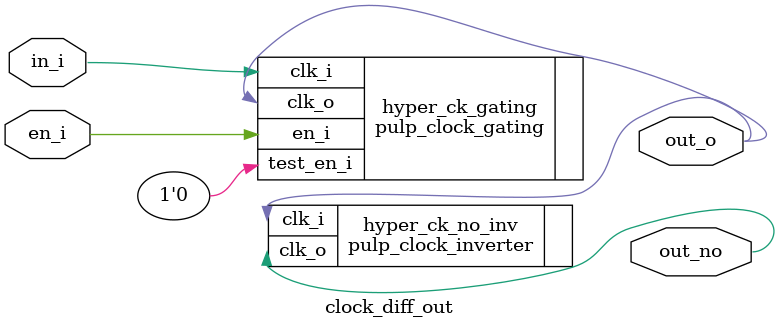
<source format=sv>


`timescale 1ns / 1ps

module clock_diff_out
(
    input  logic in_i,
    input  logic en_i, //high enable
    output logic out_o,
    output logic out_no
);

   `ifdef PULP_FPGA_EMUL

       logic en_sync;
    
       always_latch
       begin
         if (in_i == 1'b0)
           en_sync <= en_i;
       end

       assign out_o = in_i & en_sync;
       assign out_no = ~out_o;

   `else

       pulp_clock_gating hyper_ck_gating (
           .clk_i     ( in_i  ),
           .en_i      ( en_i  ),
           .test_en_i ( 1'b0  ),
           .clk_o     ( out_o )
       );

       pulp_clock_inverter hyper_ck_no_inv (
           .clk_i ( out_o  ),
           .clk_o ( out_no )
       );

   `endif

    
endmodule

</source>
